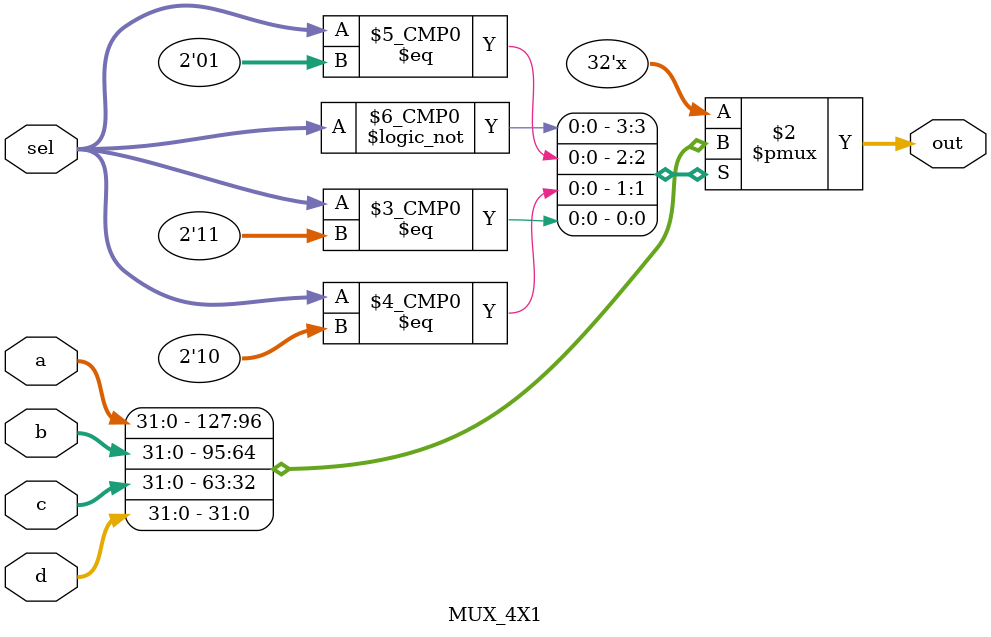
<source format=v>
module MUX_4X1 #(parameter n = 32) (input[n-1:0] a, b, c, d, input[1:0] sel, 
               output reg[n-1:0] out);
    
    always @(*) begin
        case(sel)
            2'b00: out = a;
            2'b01: out = b;
            2'b10: out = c;
            2'b11: out = d;
        endcase
    end

endmodule
</source>
